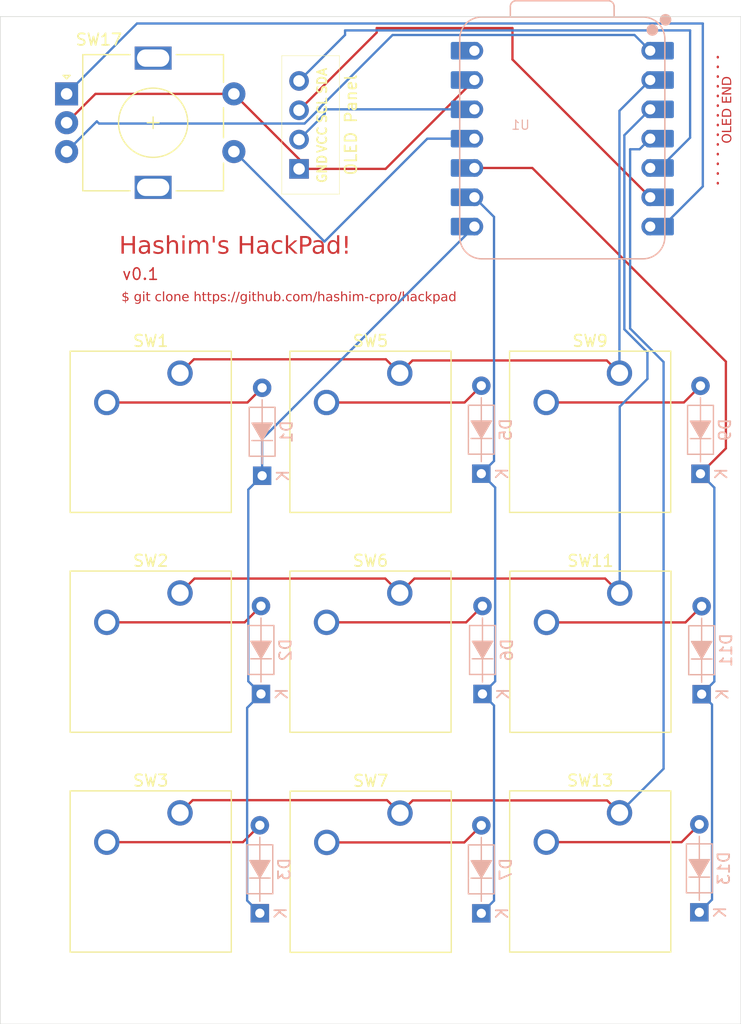
<source format=kicad_pcb>
(kicad_pcb (version 20241229) (generator "pcbnew") (generator_version "9.0")
  (layers (0 "F.Cu" signal) (2 "B.Cu" signal) (13 "F.Paste" user) (15 "B.Paste" user) (5 "F.SilkS" user "F.Silkscreen") (7 "B.SilkS" user "B.Silkscreen") (1 "F.Mask" user) (3 "B.Mask" user) (25 "Edge.Cuts" user))
  (net 0 "")
  (net 1 "GND")
  (net 2 "Row 1")
  (net 3 "Net-(D1-A)")
  (net 4 "+5V")
  (net 5 "Net-(D2-A)")
  (net 6 "Net-(D3-A)")
  (net 7 "Net-(D5-A)")
  (net 8 "Net-(U1-GPIO3{slash}MOSI)")
  (net 9 "Row 2")
  (net 10 "Net-(D6-A)")
  (net 11 "Net-(D7-A)")
  (net 12 "Net-(D9-A)")
  (net 13 "Row 3")
  (net 14 "Net-(D11-A)")
  (net 15 "Net-(D13-A)")
  (net 16 "Column 1")
  (net 17 "Column 2")
  (net 18 "Column 3")
  (net 19 "SCL")
  (net 20 "SDA")
  (net 21 "3V3")
  (net 22 "Net-(U1-GPIO0{slash}TX)")
  (net 23 "Net-(U1-GPIO26{slash}ADC0{slash}A0)")
  (footprint "Button_Switch_Keyboard:SW_Cherry_MX_1.00u_PCB" (layer "F.Cu") (at 65.88125 99.85375)
    (property "Reference" "SW2" (at -2.54 -2.794 0) (layer "F.SilkS"))
    (property "Value" "SW_Push")
    (fp_line (start -9.525 -1.905) (end 4.445 -1.905) (stroke (width 0.12)) (layer "F.SilkS"))
    (fp_line (start -9.525 12.065) (end -9.525 -1.905) (stroke (width 0.12)) (layer "F.SilkS"))
    (fp_line (start 4.445 -1.905) (end 4.445 12.065) (stroke (width 0.12)) (layer "F.SilkS"))
    (fp_line (start 4.445 12.065) (end -9.525 12.065) (stroke (width 0.12)) (layer "F.SilkS"))
    (pad "" np_thru_hole circle (at -7.62 5.08) (size 1.7 1.7) (drill 1.7) (layers "*.Cu" "*.Mask"))
    (pad "" np_thru_hole circle (at -2.54 5.08) (size 4 4) (drill 4) (layers "*.Cu" "*.Mask"))
    (pad "" np_thru_hole circle (at 2.54 5.08) (size 1.7 1.7) (drill 1.7) (layers "*.Cu" "*.Mask"))
    (pad "1" thru_hole circle (at 0 0) (size 2.2 2.2) (drill 1.5) (layers "*.Cu" "*.Mask") (net 17 "Column 2"))
    (pad "2" thru_hole circle (at -6.35 2.54) (size 2.2 2.2) (drill 1.5) (layers "*.Cu" "*.Mask") (net 5 "Net-(D2-A)"))
  )
  (footprint "Button_Switch_Keyboard:SW_Cherry_MX_1.00u_PCB" (layer "F.Cu") (at 84.93125 99.85375)
    (property "Reference" "SW6" (at -2.54 -2.794 0) (layer "F.SilkS"))
    (property "Value" "SW_Push")
    (fp_line (start -9.525 -1.905) (end 4.445 -1.905) (stroke (width 0.12)) (layer "F.SilkS"))
    (fp_line (start -9.525 12.065) (end -9.525 -1.905) (stroke (width 0.12)) (layer "F.SilkS"))
    (fp_line (start 4.445 -1.905) (end 4.445 12.065) (stroke (width 0.12)) (layer "F.SilkS"))
    (fp_line (start 4.445 12.065) (end -9.525 12.065) (stroke (width 0.12)) (layer "F.SilkS"))
    (pad "" np_thru_hole circle (at -7.62 5.08) (size 1.7 1.7) (drill 1.7) (layers "*.Cu" "*.Mask"))
    (pad "" np_thru_hole circle (at -2.54 5.08) (size 4 4) (drill 4) (layers "*.Cu" "*.Mask"))
    (pad "" np_thru_hole circle (at 2.54 5.08) (size 1.7 1.7) (drill 1.7) (layers "*.Cu" "*.Mask"))
    (pad "1" thru_hole circle (at 0 0) (size 2.2 2.2) (drill 1.5) (layers "*.Cu" "*.Mask") (net 17 "Column 2"))
    (pad "2" thru_hole circle (at -6.35 2.54) (size 2.2 2.2) (drill 1.5) (layers "*.Cu" "*.Mask") (net 10 "Net-(D6-A)"))
  )
  (footprint "Button_Switch_Keyboard:SW_Cherry_MX_1.00u_PCB" (layer "F.Cu") (at 103.98125 118.9)
    (property "Reference" "SW13" (at -2.54 -2.794 0) (layer "F.SilkS"))
    (property "Value" "SW_Push")
    (fp_line (start -9.525 -1.905) (end 4.445 -1.905) (stroke (width 0.12)) (layer "F.SilkS"))
    (fp_line (start -9.525 12.065) (end -9.525 -1.905) (stroke (width 0.12)) (layer "F.SilkS"))
    (fp_line (start 4.445 -1.905) (end 4.445 12.065) (stroke (width 0.12)) (layer "F.SilkS"))
    (fp_line (start 4.445 12.065) (end -9.525 12.065) (stroke (width 0.12)) (layer "F.SilkS"))
    (pad "" np_thru_hole circle (at -7.62 5.08) (size 1.7 1.7) (drill 1.7) (layers "*.Cu" "*.Mask"))
    (pad "" np_thru_hole circle (at -2.54 5.08) (size 4 4) (drill 4) (layers "*.Cu" "*.Mask"))
    (pad "" np_thru_hole circle (at 2.54 5.08) (size 1.7 1.7) (drill 1.7) (layers "*.Cu" "*.Mask"))
    (pad "1" thru_hole circle (at 0 0) (size 2.2 2.2) (drill 1.5) (layers "*.Cu" "*.Mask") (net 18 "Column 3"))
    (pad "2" thru_hole circle (at -6.35 2.54) (size 2.2 2.2) (drill 1.5) (layers "*.Cu" "*.Mask") (net 15 "Net-(D13-A)"))
  )
  (footprint "Button_Switch_Keyboard:SW_Cherry_MX_1.00u_PCB" (layer "F.Cu") (at 65.88125 118.90375)
    (property "Reference" "SW3" (at -2.54 -2.794 0) (layer "F.SilkS"))
    (property "Value" "SW_Push")
    (fp_line (start -9.525 -1.905) (end 4.445 -1.905) (stroke (width 0.12)) (layer "F.SilkS"))
    (fp_line (start -9.525 12.065) (end -9.525 -1.905) (stroke (width 0.12)) (layer "F.SilkS"))
    (fp_line (start 4.445 -1.905) (end 4.445 12.065) (stroke (width 0.12)) (layer "F.SilkS"))
    (fp_line (start 4.445 12.065) (end -9.525 12.065) (stroke (width 0.12)) (layer "F.SilkS"))
    (pad "" np_thru_hole circle (at -7.62 5.08) (size 1.7 1.7) (drill 1.7) (layers "*.Cu" "*.Mask"))
    (pad "" np_thru_hole circle (at -2.54 5.08) (size 4 4) (drill 4) (layers "*.Cu" "*.Mask"))
    (pad "" np_thru_hole circle (at 2.54 5.08) (size 1.7 1.7) (drill 1.7) (layers "*.Cu" "*.Mask"))
    (pad "1" thru_hole circle (at 0 0) (size 2.2 2.2) (drill 1.5) (layers "*.Cu" "*.Mask") (net 18 "Column 3"))
    (pad "2" thru_hole circle (at -6.35 2.54) (size 2.2 2.2) (drill 1.5) (layers "*.Cu" "*.Mask") (net 6 "Net-(D3-A)"))
  )
  (footprint "Button_Switch_Keyboard:SW_Cherry_MX_1.00u_PCB" (layer "F.Cu") (at 84.95 118.925)
    (property "Reference" "SW7" (at -2.54 -2.794 0) (layer "F.SilkS"))
    (property "Value" "SW_Push")
    (fp_line (start -9.525 -1.905) (end 4.445 -1.905) (stroke (width 0.12)) (layer "F.SilkS"))
    (fp_line (start -9.525 12.065) (end -9.525 -1.905) (stroke (width 0.12)) (layer "F.SilkS"))
    (fp_line (start 4.445 -1.905) (end 4.445 12.065) (stroke (width 0.12)) (layer "F.SilkS"))
    (fp_line (start 4.445 12.065) (end -9.525 12.065) (stroke (width 0.12)) (layer "F.SilkS"))
    (pad "" np_thru_hole circle (at -7.62 5.08) (size 1.7 1.7) (drill 1.7) (layers "*.Cu" "*.Mask"))
    (pad "" np_thru_hole circle (at -2.54 5.08) (size 4 4) (drill 4) (layers "*.Cu" "*.Mask"))
    (pad "" np_thru_hole circle (at 2.54 5.08) (size 1.7 1.7) (drill 1.7) (layers "*.Cu" "*.Mask"))
    (pad "1" thru_hole circle (at 0 0) (size 2.2 2.2) (drill 1.5) (layers "*.Cu" "*.Mask") (net 18 "Column 3"))
    (pad "2" thru_hole circle (at -6.35 2.54) (size 2.2 2.2) (drill 1.5) (layers "*.Cu" "*.Mask") (net 11 "Net-(D7-A)"))
  )
  (footprint "Button_Switch_Keyboard:SW_Cherry_MX_1.00u_PCB" (layer "F.Cu") (at 65.88125 80.80375)
    (property "Reference" "SW1" (at -2.54 -2.794 0) (layer "F.SilkS"))
    (property "Value" "SW_Push")
    (fp_line (start -9.525 -1.905) (end 4.445 -1.905) (stroke (width 0.12)) (layer "F.SilkS"))
    (fp_line (start -9.525 12.065) (end -9.525 -1.905) (stroke (width 0.12)) (layer "F.SilkS"))
    (fp_line (start 4.445 -1.905) (end 4.445 12.065) (stroke (width 0.12)) (layer "F.SilkS"))
    (fp_line (start 4.445 12.065) (end -9.525 12.065) (stroke (width 0.12)) (layer "F.SilkS"))
    (pad "" np_thru_hole circle (at -7.62 5.08) (size 1.7 1.7) (drill 1.7) (layers "*.Cu" "*.Mask"))
    (pad "" np_thru_hole circle (at -2.54 5.08) (size 4 4) (drill 4) (layers "*.Cu" "*.Mask"))
    (pad "" np_thru_hole circle (at 2.54 5.08) (size 1.7 1.7) (drill 1.7) (layers "*.Cu" "*.Mask"))
    (pad "1" thru_hole circle (at 0 0) (size 2.2 2.2) (drill 1.5) (layers "*.Cu" "*.Mask") (net 16 "Column 1"))
    (pad "2" thru_hole circle (at -6.35 2.54) (size 2.2 2.2) (drill 1.5) (layers "*.Cu" "*.Mask") (net 3 "Net-(D1-A)"))
  )
  (footprint "Button_Switch_Keyboard:SW_Cherry_MX_1.00u_PCB" (layer "F.Cu") (at 84.93125 80.80375)
    (property "Reference" "SW5" (at -2.54 -2.794 0) (layer "F.SilkS"))
    (property "Value" "SW_Push")
    (fp_line (start -9.525 -1.905) (end 4.445 -1.905) (stroke (width 0.12)) (layer "F.SilkS"))
    (fp_line (start -9.525 12.065) (end -9.525 -1.905) (stroke (width 0.12)) (layer "F.SilkS"))
    (fp_line (start 4.445 -1.905) (end 4.445 12.065) (stroke (width 0.12)) (layer "F.SilkS"))
    (fp_line (start 4.445 12.065) (end -9.525 12.065) (stroke (width 0.12)) (layer "F.SilkS"))
    (pad "" np_thru_hole circle (at -7.62 5.08) (size 1.7 1.7) (drill 1.7) (layers "*.Cu" "*.Mask"))
    (pad "" np_thru_hole circle (at -2.54 5.08) (size 4 4) (drill 4) (layers "*.Cu" "*.Mask"))
    (pad "" np_thru_hole circle (at 2.54 5.08) (size 1.7 1.7) (drill 1.7) (layers "*.Cu" "*.Mask"))
    (pad "1" thru_hole circle (at 0 0) (size 2.2 2.2) (drill 1.5) (layers "*.Cu" "*.Mask") (net 16 "Column 1"))
    (pad "2" thru_hole circle (at -6.35 2.54) (size 2.2 2.2) (drill 1.5) (layers "*.Cu" "*.Mask") (net 7 "Net-(D5-A)"))
  )
  (footprint "Rotary_Encoder:RotaryEncoder_Alps_EC11E-Switch_Vertical_H20mm" (layer "F.Cu") (at 56.05 56.6)
    (property "Reference" "SW17" (at 2.8 -4.7 0) (layer "F.SilkS"))
    (property "Value" "RotaryEncoder_Switch")
    (fp_line (start -0.3 -1.6) (end 0.3 -1.6) (stroke (width 0.12)) (layer "F.SilkS"))
    (fp_line (start 0 -1.3) (end -0.3 -1.6) (stroke (width 0.12)) (layer "F.SilkS"))
    (fp_line (start 0.3 -1.6) (end 0 -1.3) (stroke (width 0.12)) (layer "F.SilkS"))
    (fp_line (start 1.4 -3.4) (end 1.4 8.4) (stroke (width 0.12)) (layer "F.SilkS"))
    (fp_line (start 5.5 -3.4) (end 1.4 -3.4) (stroke (width 0.12)) (layer "F.SilkS"))
    (fp_line (start 5.5 8.4) (end 1.4 8.4) (stroke (width 0.12)) (layer "F.SilkS"))
    (fp_line (start 7 2.5) (end 8 2.5) (stroke (width 0.12)) (layer "F.SilkS"))
    (fp_line (start 7.5 2) (end 7.5 3) (stroke (width 0.12)) (layer "F.SilkS"))
    (fp_line (start 9.5 -3.4) (end 13.6 -3.4) (stroke (width 0.12)) (layer "F.SilkS"))
    (fp_line (start 13.6 -3.4) (end 13.6 -1) (stroke (width 0.12)) (layer "F.SilkS"))
    (fp_line (start 13.6 1.2) (end 13.6 3.8) (stroke (width 0.12)) (layer "F.SilkS"))
    (fp_line (start 13.6 6) (end 13.6 8.4) (stroke (width 0.12)) (layer "F.SilkS"))
    (fp_line (start 13.6 8.4) (end 9.5 8.4) (stroke (width 0.12)) (layer "F.SilkS"))
    (fp_circle (center 7.5 2.5) (end 10.5 2.5) (stroke (width 0.12)) (fill no) (layer "F.SilkS"))
    (pad "A" thru_hole rect (at 0 0) (size 2 2) (drill 1) (layers "*.Cu" "*.Mask") (net 22 "Net-(U1-GPIO0{slash}TX)"))
    (pad "B" thru_hole circle (at 0 5) (size 2 2) (drill 1) (layers "*.Cu" "*.Mask") (net 23 "Net-(U1-GPIO26{slash}ADC0{slash}A0)"))
    (pad "C" thru_hole circle (at 0 2.5) (size 2 2) (drill 1) (layers "*.Cu" "*.Mask") (net 1 "GND"))
    (pad "MP" thru_hole rect (at 7.5 -3.1) (size 3.2 2) (drill oval 2.8 1.5) (layers "*.Cu" "*.Mask"))
    (pad "MP" thru_hole rect (at 7.5 8.1) (size 3.2 2) (drill oval 2.8 1.5) (layers "*.Cu" "*.Mask"))
    (pad "S1" thru_hole circle (at 14.5 5) (size 2 2) (drill 1) (layers "*.Cu" "*.Mask") (net 8 "Net-(U1-GPIO3{slash}MOSI)"))
    (pad "S2" thru_hole circle (at 14.5 0) (size 2 2) (drill 1) (layers "*.Cu" "*.Mask") (net 1 "GND"))
  )
  (footprint "Button_Switch_Keyboard:SW_Cherry_MX_1.00u_PCB" (layer "F.Cu") (at 103.975 80.8)
    (property "Reference" "SW9" (at -2.54 -2.794 0) (layer "F.SilkS"))
    (property "Value" "SW_Push")
    (fp_line (start -9.525 -1.905) (end 4.445 -1.905) (stroke (width 0.12)) (layer "F.SilkS"))
    (fp_line (start -9.525 12.065) (end -9.525 -1.905) (stroke (width 0.12)) (layer "F.SilkS"))
    (fp_line (start 4.445 -1.905) (end 4.445 12.065) (stroke (width 0.12)) (layer "F.SilkS"))
    (fp_line (start 4.445 12.065) (end -9.525 12.065) (stroke (width 0.12)) (layer "F.SilkS"))
    (pad "" np_thru_hole circle (at -7.62 5.08) (size 1.7 1.7) (drill 1.7) (layers "*.Cu" "*.Mask"))
    (pad "" np_thru_hole circle (at -2.54 5.08) (size 4 4) (drill 4) (layers "*.Cu" "*.Mask"))
    (pad "" np_thru_hole circle (at 2.54 5.08) (size 1.7 1.7) (drill 1.7) (layers "*.Cu" "*.Mask"))
    (pad "1" thru_hole circle (at 0 0) (size 2.2 2.2) (drill 1.5) (layers "*.Cu" "*.Mask") (net 16 "Column 1"))
    (pad "2" thru_hole circle (at -6.35 2.54) (size 2.2 2.2) (drill 1.5) (layers "*.Cu" "*.Mask") (net 12 "Net-(D9-A)"))
  )
  (footprint "OLED:SSD1306-0.91-OLED-4pin-128x32" (layer "F.Cu") (at 83.7 65.29 180)
    (property "Reference" "OLED END" (hide yes))
    (property "Value" "U3")
    (fp_line (start 9 12) (end 4 12) (stroke (width 0.04)) (layer "F.SilkS"))
    (fp_line (start 9 0) (end 9 12) (stroke (width 0.04)) (layer "F.SilkS"))
    (fp_line (start 9 0) (end 4 0) (stroke (width 0.04)) (layer "F.SilkS"))
    (fp_line (start 4 0) (end 4 12) (stroke (width 0.04)) (layer "F.SilkS"))
    (fp_text user "SCL" (at 5.5 7.27 90) (layer "F.SilkS") (effects (font (size 0.8 0.8))))
    (fp_text user "SDA" (at 5.5 9.81 90) (layer "F.SilkS") (effects (font (size 0.8 0.8))))
    (fp_text user "VCC" (at 5.5 4.73 90) (layer "F.SilkS") (effects (font (size 0.8 0.8))))
    (fp_text user "GND" (at 5.5 2.19 90) (layer "F.SilkS") (effects (font (size 0.8 0.8))))
    (fp_text user "OLED Panel" (at 3 6 90) (layer "F.SilkS"))
    (pad "1" thru_hole rect (at 7.5 2.19 180) (size 1.7 1.7) (drill 1) (layers "*.Cu" "*.Mask") (net 1 "GND"))
    (pad "2" thru_hole oval (at 7.5 4.73 180) (size 1.7 1.7) (drill 1) (layers "*.Cu" "*.Mask") (net 21 "3V3"))
    (pad "3" thru_hole oval (at 7.5 7.27 180) (size 1.7 1.7) (drill 1) (layers "*.Cu" "*.Mask") (net 19 "SCL"))
    (pad "4" thru_hole oval (at 7.5 9.81 180) (size 1.7 1.7) (drill 1) (layers "*.Cu" "*.Mask") (net 20 "SDA"))
  )
  (footprint "Button_Switch_Keyboard:SW_Cherry_MX_1.00u_PCB" (layer "F.Cu") (at 104 99.86)
    (property "Reference" "SW11" (at -2.54 -2.794 0) (layer "F.SilkS"))
    (property "Value" "SW_Push")
    (fp_line (start -9.525 -1.905) (end 4.445 -1.905) (stroke (width 0.12)) (layer "F.SilkS"))
    (fp_line (start -9.525 12.065) (end -9.525 -1.905) (stroke (width 0.12)) (layer "F.SilkS"))
    (fp_line (start 4.445 -1.905) (end 4.445 12.065) (stroke (width 0.12)) (layer "F.SilkS"))
    (fp_line (start 4.445 12.065) (end -9.525 12.065) (stroke (width 0.12)) (layer "F.SilkS"))
    (pad "" np_thru_hole circle (at -7.62 5.08) (size 1.7 1.7) (drill 1.7) (layers "*.Cu" "*.Mask"))
    (pad "" np_thru_hole circle (at -2.54 5.08) (size 4 4) (drill 4) (layers "*.Cu" "*.Mask"))
    (pad "" np_thru_hole circle (at 2.54 5.08) (size 1.7 1.7) (drill 1.7) (layers "*.Cu" "*.Mask"))
    (pad "1" thru_hole circle (at 0 0) (size 2.2 2.2) (drill 1.5) (layers "*.Cu" "*.Mask") (net 17 "Column 2"))
    (pad "2" thru_hole circle (at -6.35 2.54) (size 2.2 2.2) (drill 1.5) (layers "*.Cu" "*.Mask") (net 14 "Net-(D11-A)"))
  )
  (footprint "PCM_Diode_THT_AKL:D_DO-35_SOD27_P7.62mm_Horizontal" (layer "B.Cu") (at 111.1 108.62 90)
    (property "Reference" "D11" (at 3.81 2.12 90) (layer "B.SilkS") (effects (justify mirror)))
    (property "Value" "1N4148" (hide yes))
    (fp_line (start 5.93 -1.12) (end 5.93 1.12) (stroke (width 0.12)) (layer "B.SilkS"))
    (fp_line (start 1.69 -1.12) (end 5.93 -1.12) (stroke (width 0.12)) (layer "B.SilkS"))
    (fp_line (start 6.58 0) (end 5.93 0) (stroke (width 0.12)) (layer "B.SilkS"))
    (fp_line (start 5.93 0) (end 4.6355 0) (stroke (width 0.12)) (layer "B.SilkS"))
    (fp_line (start 1.651 0) (end 3.048 0) (stroke (width 0.12)) (layer "B.SilkS"))
    (fp_line (start 1.04 0) (end 1.69 0) (stroke (width 0.12)) (layer "B.SilkS"))
    (fp_line (start 3.048 0.889) (end 3.048 -0.889) (stroke (width 0.12)) (layer "B.SilkS"))
    (fp_line (start 5.93 1.12) (end 1.69 1.12) (stroke (width 0.12)) (layer "B.SilkS"))
    (fp_line (start 1.69 1.12) (end 1.69 -1.12) (stroke (width 0.12)) (layer "B.SilkS"))
    (fp_poly (pts (xy 4.572 -0.889) (xy 3.048 0) (xy 4.572 0.889)) (stroke (width 0.1)) (fill yes) (layer "B.SilkS"))
    (fp_text user "K" (at 0 1.8 90) (layer "B.SilkS") (effects (justify mirror)))
    (pad "1" thru_hole rect (at 0 0 90) (size 1.6 1.6) (drill 0.8) (layers "*.Cu" "*.Mask") (net 13 "Row 3"))
    (pad "2" thru_hole oval (at 7.62 0 90) (size 1.6 1.6) (drill 0.8) (layers "*.Cu" "*.Mask") (net 14 "Net-(D11-A)"))
  )
  (footprint "OPL:XIAO-RP2040-DIP" (layer "B.Cu") (at 99.02 60.48 180)
    (property "Reference" "U1" (at 3.62 1.18 0) (layer "B.SilkS") (effects (font (size 0.8 0.8) (thickness 0.1016)) (justify mirror)))
    (property "Value" "XIAO-RP2040-DIP")
    (fp_line (start 8.89 -8.509) (end 8.89 8.636) (stroke (width 0.127)) (layer "B.SilkS"))
    (fp_line (start 6.985 10.541) (end -6.985 10.541) (stroke (width 0.1)) (layer "B.SilkS"))
    (fp_line (start 6.985 10.541) (end -6.985 10.541) (stroke (width 0.127)) (layer "B.SilkS"))
    (fp_line (start 4.504 11.451) (end 4.504 10.541) (stroke (width 0.127)) (layer "B.SilkS"))
    (fp_line (start -3.991272 11.951) (end 4.004 11.951) (stroke (width 0.127)) (layer "B.SilkS"))
    (fp_line (start -4.495 10.541) (end -4.491272 11.451272) (stroke (width 0.127)) (layer "B.SilkS"))
    (fp_line (start -6.985 -10.414) (end 6.985 -10.414) (stroke (width 0.127)) (layer "B.SilkS"))
    (fp_line (start -8.89 -8.509) (end -8.89 8.636) (stroke (width 0.127)) (layer "B.SilkS"))
    (fp_arc (start 8.89 8.636) (mid 8.332038 9.983038) (end 6.985 10.541) (stroke (width 0.127)) (layer "B.SilkS"))
    (fp_arc (start 6.985 -10.414) (mid 8.332038 -9.856038) (end 8.89 -8.509) (stroke (width 0.127)) (layer "B.SilkS"))
    (fp_arc (start 4.504 11.451) (mid 4.357553 11.804553) (end 4.004 11.951) (stroke (width 0.127)) (layer "B.SilkS"))
    (fp_arc (start -3.991272 11.951) (mid -4.344724 11.804644) (end -4.491272 11.451272) (stroke (width 0.127)) (layer "B.SilkS"))
    (fp_arc (start -6.985 10.541) (mid -8.332038 9.983038) (end -8.89 8.636) (stroke (width 0.127)) (layer "B.SilkS"))
    (fp_arc (start -8.89 -8.509) (mid -8.332038 -9.856038) (end -6.985 -10.414) (stroke (width 0.127)) (layer "B.SilkS"))
    (fp_circle (center -7.807 9.42) (end -7.807 9.674) (stroke (width 0.5)) (fill yes) (layer "B.SilkS"))
    (fp_circle (center -8.95 10.3) (end -8.95 10.554) (stroke (width 0.5)) (fill yes) (layer "B.SilkS"))
    (pad "1" smd roundrect (at -8.455 7.62) (size 2.432 1.524) (layers "B.Cu" "B.Mask") (roundrect_rratio 0.1) (net 23 "Net-(U1-GPIO26{slash}ADC0{slash}A0)"))
    (pad "1" thru_hole circle (at -7.62 7.62) (size 1.524 1.524) (drill 0.889) (layers "*.Cu" "*.Mask") (net 23 "Net-(U1-GPIO26{slash}ADC0{slash}A0)"))
    (pad "2" smd roundrect (at -8.455 5.08) (size 2.432 1.524) (layers "B.Cu" "B.Mask") (roundrect_rratio 0.1) (net 16 "Column 1"))
    (pad "2" thru_hole circle (at -7.62 5.08) (size 1.524 1.524) (drill 0.889) (layers "*.Cu" "*.Mask") (net 16 "Column 1"))
    (pad "3" smd roundrect (at -8.455 2.54) (size 2.432 1.524) (layers "B.Cu" "B.Mask") (roundrect_rratio 0.1) (net 17 "Column 2"))
    (pad "3" thru_hole circle (at -7.62 2.54) (size 1.524 1.524) (drill 0.889) (layers "*.Cu" "*.Mask") (net 17 "Column 2"))
    (pad "4" smd roundrect (at -8.455 0) (size 2.432 1.524) (layers "B.Cu" "B.Mask") (roundrect_rratio 0.1) (net 18 "Column 3"))
    (pad "4" thru_hole circle (at -7.62 0) (size 1.524 1.524) (drill 0.889) (layers "*.Cu" "*.Mask") (net 18 "Column 3"))
    (pad "5" smd roundrect (at -8.455 -2.54) (size 2.432 1.524) (layers "B.Cu" "B.Mask") (roundrect_rratio 0.1) (net 20 "SDA"))
    (pad "5" thru_hole circle (at -7.62 -2.54) (size 1.524 1.524) (drill 0.889) (layers "*.Cu" "*.Mask") (net 20 "SDA"))
    (pad "6" smd roundrect (at -8.455 -5.08) (size 2.432 1.524) (layers "B.Cu" "B.Mask") (roundrect_rratio 0.1) (net 19 "SCL"))
    (pad "6" thru_hole circle (at -7.62 -5.08) (size 1.524 1.524) (drill 0.889) (layers "*.Cu" "*.Mask") (net 19 "SCL"))
    (pad "7" smd roundrect (at -8.455 -7.62) (size 2.432 1.524) (layers "B.Cu" "B.Mask") (roundrect_rratio 0.1) (net 22 "Net-(U1-GPIO0{slash}TX)"))
    (pad "7" thru_hole circle (at -7.62 -7.62) (size 1.524 1.524) (drill 0.889) (layers "*.Cu" "*.Mask") (net 22 "Net-(U1-GPIO0{slash}TX)"))
    (pad "8" thru_hole circle (at 7.62 -7.62 180) (size 1.524 1.524) (drill 0.889) (layers "*.Cu" "*.Mask") (net 2 "Row 1"))
    (pad "8" smd roundrect (at 8.455 -7.62 180) (size 2.432 1.524) (layers "B.Cu" "B.Mask") (roundrect_rratio 0.1) (net 2 "Row 1"))
    (pad "9" thru_hole circle (at 7.62 -5.08 180) (size 1.524 1.524) (drill 0.889) (layers "*.Cu" "*.Mask") (net 9 "Row 2"))
    (pad "9" smd roundrect (at 8.455 -5.08 180) (size 2.432 1.524) (layers "B.Cu" "B.Mask") (roundrect_rratio 0.1) (net 9 "Row 2"))
    (pad "10" thru_hole circle (at 7.62 -2.54 180) (size 1.524 1.524) (drill 0.889) (layers "*.Cu" "*.Mask") (net 13 "Row 3"))
    (pad "10" smd roundrect (at 8.455 -2.54 180) (size 2.432 1.524) (layers "B.Cu" "B.Mask") (roundrect_rratio 0.1) (net 13 "Row 3"))
    (pad "11" thru_hole circle (at 7.62 0 180) (size 1.524 1.524) (drill 0.889) (layers "*.Cu" "*.Mask") (net 8 "Net-(U1-GPIO3{slash}MOSI)"))
    (pad "11" smd roundrect (at 8.455 0 180) (size 2.432 1.524) (layers "B.Cu" "B.Mask") (roundrect_rratio 0.1) (net 8 "Net-(U1-GPIO3{slash}MOSI)"))
    (pad "12" thru_hole circle (at 7.62 2.54 180) (size 1.524 1.524) (drill 0.889) (layers "*.Cu" "*.Mask") (net 21 "3V3"))
    (pad "12" smd roundrect (at 8.455 2.54 180) (size 2.432 1.524) (layers "B.Cu" "B.Mask") (roundrect_rratio 0.1) (net 21 "3V3"))
    (pad "13" thru_hole circle (at 7.62 5.08 180) (size 1.524 1.524) (drill 0.889) (layers "*.Cu" "*.Mask") (net 1 "GND"))
    (pad "13" smd roundrect (at 8.455 5.08 180) (size 2.432 1.524) (layers "B.Cu" "B.Mask") (roundrect_rratio 0.1) (net 1 "GND"))
    (pad "14" thru_hole circle (at 7.62 7.62 180) (size 1.524 1.524) (drill 0.889) (layers "*.Cu" "*.Mask") (net 4 "+5V"))
    (pad "14" smd roundrect (at 8.455 7.62 180) (size 2.432 1.524) (layers "B.Cu" "B.Mask") (roundrect_rratio 0.1) (net 4 "+5V"))
  )
  (footprint "PCM_Diode_THT_AKL:D_DO-35_SOD27_P7.62mm_Horizontal" (layer "B.Cu") (at 92.1 108.6 90)
    (property "Reference" "D6" (at 3.81 2.12 90) (layer "B.SilkS") (effects (justify mirror)))
    (property "Value" "1N4148" (hide yes))
    (fp_line (start 5.93 -1.12) (end 5.93 1.12) (stroke (width 0.12)) (layer "B.SilkS"))
    (fp_line (start 1.69 -1.12) (end 5.93 -1.12) (stroke (width 0.12)) (layer "B.SilkS"))
    (fp_line (start 6.58 0) (end 5.93 0) (stroke (width 0.12)) (layer "B.SilkS"))
    (fp_line (start 5.93 0) (end 4.6355 0) (stroke (width 0.12)) (layer "B.SilkS"))
    (fp_line (start 1.651 0) (end 3.048 0) (stroke (width 0.12)) (layer "B.SilkS"))
    (fp_line (start 1.04 0) (end 1.69 0) (stroke (width 0.12)) (layer "B.SilkS"))
    (fp_line (start 3.048 0.889) (end 3.048 -0.889) (stroke (width 0.12)) (layer "B.SilkS"))
    (fp_line (start 5.93 1.12) (end 1.69 1.12) (stroke (width 0.12)) (layer "B.SilkS"))
    (fp_line (start 1.69 1.12) (end 1.69 -1.12) (stroke (width 0.12)) (layer "B.SilkS"))
    (fp_poly (pts (xy 4.572 -0.889) (xy 3.048 0) (xy 4.572 0.889)) (stroke (width 0.1)) (fill yes) (layer "B.SilkS"))
    (fp_text user "K" (at 0 1.8 90) (layer "B.SilkS") (effects (justify mirror)))
    (pad "1" thru_hole rect (at 0 0 90) (size 1.6 1.6) (drill 0.8) (layers "*.Cu" "*.Mask") (net 9 "Row 2"))
    (pad "2" thru_hole oval (at 7.62 0 90) (size 1.6 1.6) (drill 0.8) (layers "*.Cu" "*.Mask") (net 10 "Net-(D6-A)"))
  )
  (footprint "PCM_Diode_THT_AKL:D_DO-35_SOD27_P7.62mm_Horizontal" (layer "B.Cu") (at 92 127.61 90)
    (property "Reference" "D7" (at 3.81 2.12 90) (layer "B.SilkS") (effects (justify mirror)))
    (property "Value" "1N4148" (hide yes))
    (fp_line (start 5.93 -1.12) (end 5.93 1.12) (stroke (width 0.12)) (layer "B.SilkS"))
    (fp_line (start 1.69 -1.12) (end 5.93 -1.12) (stroke (width 0.12)) (layer "B.SilkS"))
    (fp_line (start 6.58 0) (end 5.93 0) (stroke (width 0.12)) (layer "B.SilkS"))
    (fp_line (start 5.93 0) (end 4.6355 0) (stroke (width 0.12)) (layer "B.SilkS"))
    (fp_line (start 1.651 0) (end 3.048 0) (stroke (width 0.12)) (layer "B.SilkS"))
    (fp_line (start 1.04 0) (end 1.69 0) (stroke (width 0.12)) (layer "B.SilkS"))
    (fp_line (start 3.048 0.889) (end 3.048 -0.889) (stroke (width 0.12)) (layer "B.SilkS"))
    (fp_line (start 5.93 1.12) (end 1.69 1.12) (stroke (width 0.12)) (layer "B.SilkS"))
    (fp_line (start 1.69 1.12) (end 1.69 -1.12) (stroke (width 0.12)) (layer "B.SilkS"))
    (fp_poly (pts (xy 4.572 -0.889) (xy 3.048 0) (xy 4.572 0.889)) (stroke (width 0.1)) (fill yes) (layer "B.SilkS"))
    (fp_text user "K" (at 0 1.8 90) (layer "B.SilkS") (effects (justify mirror)))
    (pad "1" thru_hole rect (at 0 0 90) (size 1.6 1.6) (drill 0.8) (layers "*.Cu" "*.Mask") (net 9 "Row 2"))
    (pad "2" thru_hole oval (at 7.62 0 90) (size 1.6 1.6) (drill 0.8) (layers "*.Cu" "*.Mask") (net 11 "Net-(D7-A)"))
  )
  (footprint "PCM_Diode_THT_AKL:D_DO-35_SOD27_P7.62mm_Horizontal" (layer "B.Cu") (at 72.8 127.6 90)
    (property "Reference" "D3" (at 3.81 2.12 90) (layer "B.SilkS") (effects (justify mirror)))
    (property "Value" "1N4148" (hide yes))
    (fp_line (start 5.93 -1.12) (end 5.93 1.12) (stroke (width 0.12)) (layer "B.SilkS"))
    (fp_line (start 1.69 -1.12) (end 5.93 -1.12) (stroke (width 0.12)) (layer "B.SilkS"))
    (fp_line (start 6.58 0) (end 5.93 0) (stroke (width 0.12)) (layer "B.SilkS"))
    (fp_line (start 5.93 0) (end 4.6355 0) (stroke (width 0.12)) (layer "B.SilkS"))
    (fp_line (start 1.651 0) (end 3.048 0) (stroke (width 0.12)) (layer "B.SilkS"))
    (fp_line (start 1.04 0) (end 1.69 0) (stroke (width 0.12)) (layer "B.SilkS"))
    (fp_line (start 3.048 0.889) (end 3.048 -0.889) (stroke (width 0.12)) (layer "B.SilkS"))
    (fp_line (start 5.93 1.12) (end 1.69 1.12) (stroke (width 0.12)) (layer "B.SilkS"))
    (fp_line (start 1.69 1.12) (end 1.69 -1.12) (stroke (width 0.12)) (layer "B.SilkS"))
    (fp_poly (pts (xy 4.572 -0.889) (xy 3.048 0) (xy 4.572 0.889)) (stroke (width 0.1)) (fill yes) (layer "B.SilkS"))
    (fp_text user "K" (at 0 1.8 90) (layer "B.SilkS") (effects (justify mirror)))
    (pad "1" thru_hole rect (at 0 0 90) (size 1.6 1.6) (drill 0.8) (layers "*.Cu" "*.Mask") (net 2 "Row 1"))
    (pad "2" thru_hole oval (at 7.62 0 90) (size 1.6 1.6) (drill 0.8) (layers "*.Cu" "*.Mask") (net 6 "Net-(D3-A)"))
  )
  (footprint "PCM_Diode_THT_AKL:D_DO-35_SOD27_P7.62mm_Horizontal" (layer "B.Cu") (at 92 89.51 90)
    (property "Reference" "D5" (at 3.81 2.12 90) (layer "B.SilkS") (effects (justify mirror)))
    (property "Value" "1N4148" (hide yes))
    (fp_line (start 5.93 -1.12) (end 5.93 1.12) (stroke (width 0.12)) (layer "B.SilkS"))
    (fp_line (start 1.69 -1.12) (end 5.93 -1.12) (stroke (width 0.12)) (layer "B.SilkS"))
    (fp_line (start 6.58 0) (end 5.93 0) (stroke (width 0.12)) (layer "B.SilkS"))
    (fp_line (start 5.93 0) (end 4.6355 0) (stroke (width 0.12)) (layer "B.SilkS"))
    (fp_line (start 1.651 0) (end 3.048 0) (stroke (width 0.12)) (layer "B.SilkS"))
    (fp_line (start 1.04 0) (end 1.69 0) (stroke (width 0.12)) (layer "B.SilkS"))
    (fp_line (start 3.048 0.889) (end 3.048 -0.889) (stroke (width 0.12)) (layer "B.SilkS"))
    (fp_line (start 5.93 1.12) (end 1.69 1.12) (stroke (width 0.12)) (layer "B.SilkS"))
    (fp_line (start 1.69 1.12) (end 1.69 -1.12) (stroke (width 0.12)) (layer "B.SilkS"))
    (fp_poly (pts (xy 4.572 -0.889) (xy 3.048 0) (xy 4.572 0.889)) (stroke (width 0.1)) (fill yes) (layer "B.SilkS"))
    (fp_text user "K" (at 0 1.8 90) (layer "B.SilkS") (effects (justify mirror)))
    (pad "1" thru_hole rect (at 0 0 90) (size 1.6 1.6) (drill 0.8) (layers "*.Cu" "*.Mask") (net 9 "Row 2"))
    (pad "2" thru_hole oval (at 7.62 0 90) (size 1.6 1.6) (drill 0.8) (layers "*.Cu" "*.Mask") (net 7 "Net-(D5-A)"))
  )
  (footprint "PCM_Diode_THT_AKL:D_DO-35_SOD27_P7.62mm_Horizontal" (layer "B.Cu") (at 72.9 108.6 90)
    (property "Reference" "D2" (at 3.81 2.12 90) (layer "B.SilkS") (effects (justify mirror)))
    (property "Value" "1N4148" (hide yes))
    (fp_line (start 5.93 -1.12) (end 5.93 1.12) (stroke (width 0.12)) (layer "B.SilkS"))
    (fp_line (start 1.69 -1.12) (end 5.93 -1.12) (stroke (width 0.12)) (layer "B.SilkS"))
    (fp_line (start 6.58 0) (end 5.93 0) (stroke (width 0.12)) (layer "B.SilkS"))
    (fp_line (start 5.93 0) (end 4.6355 0) (stroke (width 0.12)) (layer "B.SilkS"))
    (fp_line (start 1.651 0) (end 3.048 0) (stroke (width 0.12)) (layer "B.SilkS"))
    (fp_line (start 1.04 0) (end 1.69 0) (stroke (width 0.12)) (layer "B.SilkS"))
    (fp_line (start 3.048 0.889) (end 3.048 -0.889) (stroke (width 0.12)) (layer "B.SilkS"))
    (fp_line (start 5.93 1.12) (end 1.69 1.12) (stroke (width 0.12)) (layer "B.SilkS"))
    (fp_line (start 1.69 1.12) (end 1.69 -1.12) (stroke (width 0.12)) (layer "B.SilkS"))
    (fp_poly (pts (xy 4.572 -0.889) (xy 3.048 0) (xy 4.572 0.889)) (stroke (width 0.1)) (fill yes) (layer "B.SilkS"))
    (fp_text user "K" (at 0 1.8 90) (layer "B.SilkS") (effects (justify mirror)))
    (pad "1" thru_hole rect (at 0 0 90) (size 1.6 1.6) (drill 0.8) (layers "*.Cu" "*.Mask") (net 2 "Row 1"))
    (pad "2" thru_hole oval (at 7.62 0 90) (size 1.6 1.6) (drill 0.8) (layers "*.Cu" "*.Mask") (net 5 "Net-(D2-A)"))
  )
  (footprint "PCM_Diode_THT_AKL:D_DO-35_SOD27_P7.62mm_Horizontal" (layer "B.Cu") (at 111 89.52 90)
    (property "Reference" "D9" (at 3.81 2.12 90) (layer "B.SilkS") (effects (justify mirror)))
    (property "Value" "1N4148" (hide yes))
    (fp_line (start 5.93 -1.12) (end 5.93 1.12) (stroke (width 0.12)) (layer "B.SilkS"))
    (fp_line (start 1.69 -1.12) (end 5.93 -1.12) (stroke (width 0.12)) (layer "B.SilkS"))
    (fp_line (start 6.58 0) (end 5.93 0) (stroke (width 0.12)) (layer "B.SilkS"))
    (fp_line (start 5.93 0) (end 4.6355 0) (stroke (width 0.12)) (layer "B.SilkS"))
    (fp_line (start 1.651 0) (end 3.048 0) (stroke (width 0.12)) (layer "B.SilkS"))
    (fp_line (start 1.04 0) (end 1.69 0) (stroke (width 0.12)) (layer "B.SilkS"))
    (fp_line (start 3.048 0.889) (end 3.048 -0.889) (stroke (width 0.12)) (layer "B.SilkS"))
    (fp_line (start 5.93 1.12) (end 1.69 1.12) (stroke (width 0.12)) (layer "B.SilkS"))
    (fp_line (start 1.69 1.12) (end 1.69 -1.12) (stroke (width 0.12)) (layer "B.SilkS"))
    (fp_poly (pts (xy 4.572 -0.889) (xy 3.048 0) (xy 4.572 0.889)) (stroke (width 0.1)) (fill yes) (layer "B.SilkS"))
    (fp_text user "K" (at 0 1.8 90) (layer "B.SilkS") (effects (justify mirror)))
    (pad "1" thru_hole rect (at 0 0 90) (size 1.6 1.6) (drill 0.8) (layers "*.Cu" "*.Mask") (net 13 "Row 3"))
    (pad "2" thru_hole oval (at 7.62 0 90) (size 1.6 1.6) (drill 0.8) (layers "*.Cu" "*.Mask") (net 12 "Net-(D9-A)"))
  )
  (footprint "PCM_Diode_THT_AKL:D_DO-35_SOD27_P7.62mm_Horizontal" (layer "B.Cu") (at 110.9 127.52 90)
    (property "Reference" "D13" (at 3.81 2.12 90) (layer "B.SilkS") (effects (justify mirror)))
    (property "Value" "1N4148" (hide yes))
    (fp_line (start 5.93 -1.12) (end 5.93 1.12) (stroke (width 0.12)) (layer "B.SilkS"))
    (fp_line (start 1.69 -1.12) (end 5.93 -1.12) (stroke (width 0.12)) (layer "B.SilkS"))
    (fp_line (start 6.58 0) (end 5.93 0) (stroke (width 0.12)) (layer "B.SilkS"))
    (fp_line (start 5.93 0) (end 4.6355 0) (stroke (width 0.12)) (layer "B.SilkS"))
    (fp_line (start 1.651 0) (end 3.048 0) (stroke (width 0.12)) (layer "B.SilkS"))
    (fp_line (start 1.04 0) (end 1.69 0) (stroke (width 0.12)) (layer "B.SilkS"))
    (fp_line (start 3.048 0.889) (end 3.048 -0.889) (stroke (width 0.12)) (layer "B.SilkS"))
    (fp_line (start 5.93 1.12) (end 1.69 1.12) (stroke (width 0.12)) (layer "B.SilkS"))
    (fp_line (start 1.69 1.12) (end 1.69 -1.12) (stroke (width 0.12)) (layer "B.SilkS"))
    (fp_poly (pts (xy 4.572 -0.889) (xy 3.048 0) (xy 4.572 0.889)) (stroke (width 0.1)) (fill yes) (layer "B.SilkS"))
    (fp_text user "K" (at 0 1.8 90) (layer "B.SilkS") (effects (justify mirror)))
    (pad "1" thru_hole rect (at 0 0 90) (size 1.6 1.6) (drill 0.8) (layers "*.Cu" "*.Mask") (net 13 "Row 3"))
    (pad "2" thru_hole oval (at 7.62 0 90) (size 1.6 1.6) (drill 0.8) (layers "*.Cu" "*.Mask") (net 15 "Net-(D13-A)"))
  )
  (footprint "PCM_Diode_THT_AKL:D_DO-35_SOD27_P7.62mm_Horizontal" (layer "B.Cu") (at 73 89.69 90)
    (property "Reference" "D1" (at 3.81 2.12 90) (layer "B.SilkS") (effects (justify mirror)))
    (property "Value" "1N4148" (hide yes))
    (fp_line (start 5.93 -1.12) (end 5.93 1.12) (stroke (width 0.12)) (layer "B.SilkS"))
    (fp_line (start 1.69 -1.12) (end 5.93 -1.12) (stroke (width 0.12)) (layer "B.SilkS"))
    (fp_line (start 6.58 0) (end 5.93 0) (stroke (width 0.12)) (layer "B.SilkS"))
    (fp_line (start 5.93 0) (end 4.6355 0) (stroke (width 0.12)) (layer "B.SilkS"))
    (fp_line (start 1.651 0) (end 3.048 0) (stroke (width 0.12)) (layer "B.SilkS"))
    (fp_line (start 1.04 0) (end 1.69 0) (stroke (width 0.12)) (layer "B.SilkS"))
    (fp_line (start 3.048 0.889) (end 3.048 -0.889) (stroke (width 0.12)) (layer "B.SilkS"))
    (fp_line (start 5.93 1.12) (end 1.69 1.12) (stroke (width 0.12)) (layer "B.SilkS"))
    (fp_line (start 1.69 1.12) (end 1.69 -1.12) (stroke (width 0.12)) (layer "B.SilkS"))
    (fp_poly (pts (xy 4.572 -0.889) (xy 3.048 0) (xy 4.572 0.889)) (stroke (width 0.1)) (fill yes) (layer "B.SilkS"))
    (fp_text user "K" (at 0 1.8 90) (layer "B.SilkS") (effects (justify mirror)))
    (pad "1" thru_hole rect (at 0 0 90) (size 1.6 1.6) (drill 0.8) (layers "*.Cu" "*.Mask") (net 2 "Row 1"))
    (pad "2" thru_hole oval (at 7.62 0 90) (size 1.6 1.6) (drill 0.8) (layers "*.Cu" "*.Mask") (net 3 "Net-(D1-A)"))
  )
  (gr_line (start 112.5 53.4) (end 112.5 65.1) (stroke (width 0.2) (type dot)) (layer "F.Cu"))
  (gr_rect (start 50.3 49.9) (end 114.5 137.2) (stroke (width 0.05)) (fill no) (layer "Edge.Cuts"))
  (gr_text "v0.1" (at 60.8 72.8 0) (layer "F.Cu") (effects (font (size 1 1) (thickness 0.125)) (justify left bottom)))
  (gr_text "Hashim's HackPad!\n" (at 60.6 70.699999 0) (layer "F.Cu") (effects (font (size 1.5 1.5) (thickness 0.1875)) (justify left bottom)))
  (gr_text "OLED END" (at 113.8 60.9 90) (layer "F.Cu") (effects (font (size 0.8 0.8) (thickness 0.1875)) (justify left bottom)))
  (gr_text "$ git clone https://github.com/hashim-cpro/hackpad" (at 60.8 74.699999 0) (layer "F.Cu") (effects (font (size 0.8 0.8) (thickness 0.125)) (justify left bottom)))
  (segment (start 56.05 59.1) (end 58.55 56.6) (width 0.2) (layer "F.Cu") (net 1))
  (segment (start 76.2 63.1) (end 76.2 62.25) (width 0.2) (layer "F.Cu") (net 1))
  (segment (start 76.2 62.25) (end 70.55 56.6) (width 0.2) (layer "F.Cu") (net 1))
  (segment (start 58.55 56.6) (end 70.55 56.6) (width 0.2) (layer "F.Cu") (net 1))
  (segment (start 83.7 63.1) (end 91.4 55.4) (width 0.2) (layer "F.Cu") (net 1))
  (segment (start 76.2 63.1) (end 83.7 63.1) (width 0.2) (layer "F.Cu") (net 1))
  (segment (start 71.699 126.499) (end 72.8 127.6) (width 0.2) (layer "B.Cu") (net 2))
  (segment (start 71.799 90.891) (end 71.799 107.499) (width 0.2) (layer "B.Cu") (net 2))
  (segment (start 73 89.69) (end 71.799 90.891) (width 0.2) (layer "B.Cu") (net 2))
  (segment (start 72.9 108.6) (end 71.699 109.801) (width 0.2) (layer "B.Cu") (net 2))
  (segment (start 71.799 107.499) (end 72.9 108.6) (width 0.2) (layer "B.Cu") (net 2))
  (segment (start 73 86.5) (end 91.4 68.1) (width 0.2) (layer "B.Cu") (net 2))
  (segment (start 73 89.69) (end 73 86.5) (width 0.2) (layer "B.Cu") (net 2))
  (segment (start 71.699 109.801) (end 71.699 126.499) (width 0.2) (layer "B.Cu") (net 2))
  (segment (start 71.72625 83.34375) (end 73 82.07) (width 0.2) (layer "F.Cu") (net 3))
  (segment (start 59.53125 83.34375) (end 71.72625 83.34375) (width 0.2) (layer "F.Cu") (net 3))
  (segment (start 59.53125 102.39375) (end 71.48625 102.39375) (width 0.2) (layer "F.Cu") (net 5))
  (segment (start 71.48625 102.39375) (end 72.9 100.98) (width 0.2) (layer "F.Cu") (net 5))
  (segment (start 71.33625 121.44375) (end 72.8 119.98) (width 0.2) (layer "F.Cu") (net 6))
  (segment (start 59.53125 121.44375) (end 71.33625 121.44375) (width 0.2) (layer "F.Cu") (net 6))
  (segment (start 78.58125 83.34375) (end 90.54625 83.34375) (width 0.2) (layer "F.Cu") (net 7))
  (segment (start 90.54625 83.34375) (end 92 81.89) (width 0.2) (layer "F.Cu") (net 7))
  (segment (start 70.55 61.6) (end 70.6 61.6) (width 0.2) (layer "B.Cu") (net 8))
  (segment (start 70.6 61.6) (end 78.4 69.4) (width 0.2) (layer "B.Cu") (net 8))
  (segment (start 78.4 69.4) (end 87.32 60.48) (width 0.2) (layer "B.Cu") (net 8))
  (segment (start 87.32 60.48) (end 91.4 60.48) (width 0.2) (layer "B.Cu") (net 8))
  (segment (start 92 89.51) (end 93.201 90.711) (width 0.2) (layer "B.Cu") (net 9))
  (segment (start 92 89.51) (end 93.101 88.409) (width 0.2) (layer "B.Cu") (net 9))
  (segment (start 93.101 88.409) (end 93.101 67.261) (width 0.2) (layer "B.Cu") (net 9))
  (segment (start 93.201 107.499) (end 92.1 108.6) (width 0.2) (layer "B.Cu") (net 9))
  (segment (start 93.101 67.261) (end 91.4 65.56) (width 0.2) (layer "B.Cu") (net 9))
  (segment (start 93.101 126.509) (end 93.101 109.601) (width 0.2) (layer "B.Cu") (net 9))
  (segment (start 92 127.61) (end 93.101 126.509) (width 0.2) (layer "B.Cu") (net 9))
  (segment (start 93.101 109.601) (end 92.1 108.6) (width 0.2) (layer "B.Cu") (net 9))
  (segment (start 93.201 90.711) (end 93.201 107.499) (width 0.2) (layer "B.Cu") (net 9))
  (segment (start 90.68625 102.39375) (end 92.1 100.98) (width 0.2) (layer "F.Cu") (net 10))
  (segment (start 78.58125 102.39375) (end 90.68625 102.39375) (width 0.2) (layer "F.Cu") (net 10))
  (segment (start 90.525 121.465) (end 92 119.99) (width 0.2) (layer "F.Cu") (net 11))
  (segment (start 78.6 121.465) (end 90.525 121.465) (width 0.2) (layer "F.Cu") (net 11))
  (segment (start 97.625 83.34) (end 109.56 83.34) (width 0.2) (layer "F.Cu") (net 12))
  (segment (start 109.56 83.34) (end 111 81.9) (width 0.2) (layer "F.Cu") (net 12))
  (segment (start 113.2 87.32) (end 113.2 79.8) (width 0.2) (layer "F.Cu") (net 13))
  (segment (start 96.42 63.02) (end 91.4 63.02) (width 0.2) (layer "F.Cu") (net 13))
  (segment (start 111 89.52) (end 113.2 87.32) (width 0.2) (layer "F.Cu") (net 13))
  (segment (start 113.2 79.8) (end 96.42 63.02) (width 0.2) (layer "F.Cu") (net 13))
  (segment (start 112.001 126.419) (end 110.9 127.52) (width 0.2) (layer "B.Cu") (net 13))
  (segment (start 112.201 107.519) (end 111.1 108.62) (width 0.2) (layer "B.Cu") (net 13))
  (segment (start 111.1 108.62) (end 112.001 109.521) (width 0.2) (layer "B.Cu") (net 13))
  (segment (start 112.001 109.521) (end 112.001 126.419) (width 0.2) (layer "B.Cu") (net 13))
  (segment (start 111 89.52) (end 112.201 90.721) (width 0.2) (layer "B.Cu") (net 13))
  (segment (start 112.201 90.721) (end 112.201 107.519) (width 0.2) (layer "B.Cu") (net 13))
  (segment (start 97.65 102.4) (end 109.7 102.4) (width 0.2) (layer "F.Cu") (net 14))
  (segment (start 109.7 102.4) (end 111.1 101) (width 0.2) (layer "F.Cu") (net 14))
  (segment (start 109.36 121.44) (end 110.9 119.9) (width 0.2) (layer "F.Cu") (net 15))
  (segment (start 97.63125 121.44) (end 109.36 121.44) (width 0.2) (layer "F.Cu") (net 15))
  (segment (start 86.035 79.7) (end 102.875001 79.700001) (width 0.2) (layer "F.Cu") (net 16))
  (segment (start 83.7275 79.6) (end 84.93125 80.80375) (width 0.2) (layer "F.Cu") (net 16))
  (segment (start 84.93125 80.80375) (end 86.035 79.7) (width 0.2) (layer "F.Cu") (net 16))
  (segment (start 67.085 79.6) (end 83.7275 79.6) (width 0.2) (layer "F.Cu") (net 16))
  (segment (start 65.88125 80.80375) (end 67.085 79.6) (width 0.2) (layer "F.Cu") (net 16))
  (segment (start 102.875001 79.700001) (end 103.975 80.8) (width 0.2) (layer "F.Cu") (net 16))
  (segment (start 103.975 80.8) (end 103.975 58.065) (width 0.2) (layer "B.Cu") (net 16))
  (segment (start 103.975 58.065) (end 106.64 55.4) (width 0.2) (layer "B.Cu") (net 16))
  (segment (start 86.2 98.6) (end 102.74 98.6) (width 0.2) (layer "F.Cu") (net 17))
  (segment (start 102.74 98.6) (end 104 99.86) (width 0.2) (layer "F.Cu") (net 17))
  (segment (start 83.6775 98.6) (end 84.93125 99.85375) (width 0.2) (layer "F.Cu") (net 17))
  (segment (start 67.135 98.6) (end 83.6775 98.6) (width 0.2) (layer "F.Cu") (net 17))
  (segment (start 84.94625 99.85375) (end 86.2 98.6) (width 0.2) (layer "F.Cu") (net 17))
  (segment (start 65.88125 99.85375) (end 67.135 98.6) (width 0.2) (layer "F.Cu") (net 17))
  (segment (start 84.93125 99.85375) (end 84.94625 99.85375) (width 0.2) (layer "F.Cu") (net 17))
  (segment (start 104 99.86) (end 104 83.7) (width 0.2) (layer "B.Cu") (net 17))
  (segment (start 106.4 81.3) (end 106.4 79) (width 0.2) (layer "B.Cu") (net 17))
  (segment (start 104.4 60.18) (end 106.64 57.94) (width 0.2) (layer "B.Cu") (net 17))
  (segment (start 106.4 79) (end 104.4 77) (width 0.2) (layer "B.Cu") (net 17))
  (segment (start 104.4 77) (end 104.4 60.18) (width 0.2) (layer "B.Cu") (net 17))
  (segment (start 104 83.7) (end 106.4 81.3) (width 0.2) (layer "B.Cu") (net 17))
  (segment (start 102.906251 117.825001) (end 103.98125 118.9) (width 0.2) (layer "F.Cu") (net 18))
  (segment (start 66.981249 117.803751) (end 83.828751 117.803751) (width 0.2) (layer "F.Cu") (net 18))
  (segment (start 65.88125 118.90375) (end 66.981249 117.803751) (width 0.2) (layer "F.Cu") (net 18))
  (segment (start 84.95 118.925) (end 86.049999 117.825001) (width 0.2) (layer "F.Cu") (net 18))
  (segment (start 86.049999 117.825001) (end 102.906251 117.825001) (width 0.2) (layer "F.Cu") (net 18))
  (segment (start 83.828751 117.803751) (end 84.95 118.925) (width 0.2) (layer "F.Cu") (net 18))
  (segment (start 107.8 115.08125) (end 107.8 79.8329) (width 0.2) (layer "B.Cu") (net 18))
  (segment (start 104.9 61.4) (end 105.72 61.4) (width 0.2) (layer "B.Cu") (net 18))
  (segment (start 105.72 61.4) (end 106.64 60.48) (width 0.2) (layer "B.Cu") (net 18))
  (segment (start 104.9 76.9329) (end 104.9 61.4) (width 0.2) (layer "B.Cu") (net 18))
  (segment (start 103.98125 118.9) (end 107.8 115.08125) (width 0.2) (layer "B.Cu") (net 18))
  (segment (start 107.8 79.8329) (end 104.9 76.9329) (width 0.2) (layer "B.Cu") (net 18))
  (segment (start 94.7 53.62) (end 106.64 65.56) (width 0.2) (layer "F.Cu") (net 19))
  (segment (start 82.93 51.29) (end 82.93 50.9) (width 0.2) (layer "F.Cu") (net 19))
  (segment (start 94.7 50.9) (end 94.7 53.62) (width 0.2) (layer "F.Cu") (net 19))
  (segment (start 82.93 50.9) (end 94.7 50.9) (width 0.2) (layer "F.Cu") (net 19))
  (segment (start 76.2 58.02) (end 82.93 51.29) (width 0.2) (layer "F.Cu") (net 19))
  (segment (start 110.1 51.1) (end 110.1 60.395) (width 0.2) (layer "B.Cu") (net 20))
  (segment (start 80.19 51.49) (end 80.19 51.1) (width 0.2) (layer "B.Cu") (net 20))
  (segment (start 76.2 55.48) (end 80.19 51.49) (width 0.2) (layer "B.Cu") (net 20))
  (segment (start 80.19 51.1) (end 110.1 51.1) (width 0.2) (layer "B.Cu") (net 20))
  (segment (start 110.1 60.395) (end 107.475 63.02) (width 0.2) (layer "B.Cu") (net 20))
  (segment (start 78.43 58.33) (end 78.43 57.94) (width 0.2) (layer "B.Cu") (net 21))
  (segment (start 76.2 60.56) (end 78.43 58.33) (width 0.2) (layer "B.Cu") (net 21))
  (segment (start 78.43 57.94) (end 91.4 57.94) (width 0.2) (layer "B.Cu") (net 21))
  (segment (start 106.64 68.1) (end 107.71763 68.1) (width 0.2) (layer "B.Cu") (net 22))
  (segment (start 62.149 50.501) (end 56.05 56.6) (width 0.2) (layer "B.Cu") (net 22))
  (segment (start 111.2 64.61763) (end 111.2 50.501) (width 0.2) (layer "B.Cu") (net 22))
  (segment (start 111.2 50.501) (end 62.149 50.501) (width 0.2) (layer "B.Cu") (net 22))
  (segment (start 107.71763 68.1) (end 111.2 64.61763) (width 0.2) (layer "B.Cu") (net 22))
  (segment (start 84.3029 51.5) (end 105.28 51.5) (width 0.2) (layer "B.Cu") (net 23))
  (segment (start 78.029 57.81876) (end 78.029 57.7739) (width 0.2) (layer "B.Cu") (net 23))
  (segment (start 58.669 58.981) (end 58.859 59.171) (width 0.2) (layer "B.Cu") (net 23))
  (segment (start 58.859 59.171) (end 76.67676 59.171) (width 0.2) (layer "B.Cu") (net 23))
  (segment (start 78.029 57.7739) (end 84.3029 51.5) (width 0.2) (layer "B.Cu") (net 23))
  (segment (start 105.28 51.5) (end 106.64 52.86) (width 0.2) (layer "B.Cu") (net 23))
  (segment (start 76.67676 59.171) (end 78.029 57.81876) (width 0.2) (layer "B.Cu") (net 23))
  (segment (start 56.05 61.6) (end 58.669 58.981) (width 0.2) (layer "B.Cu") (net 23))
)
</source>
